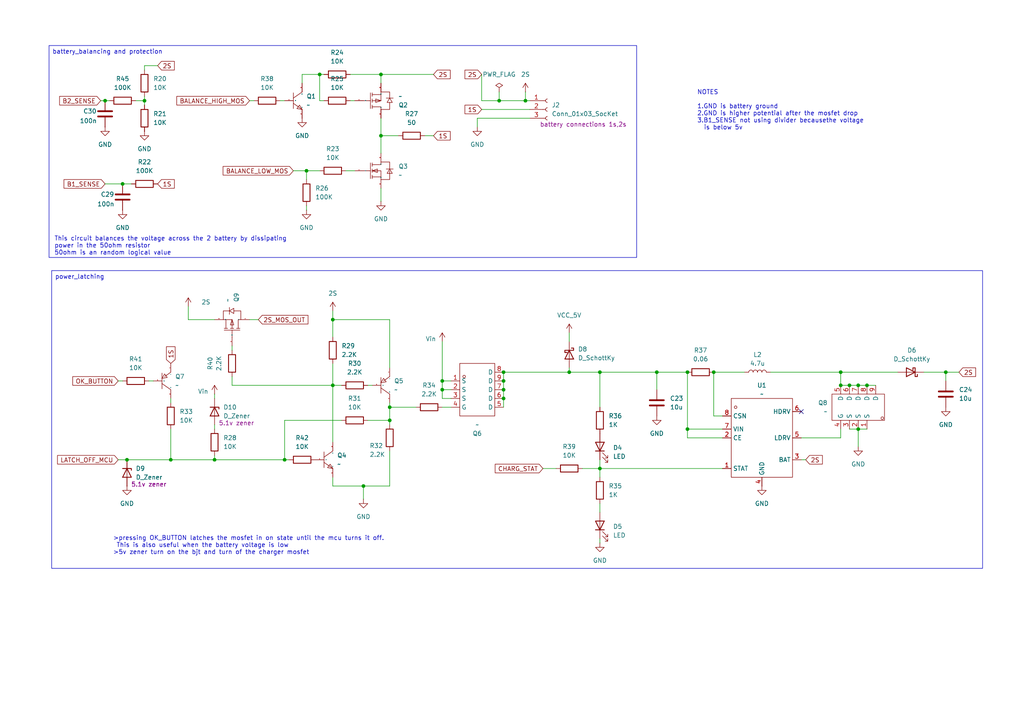
<source format=kicad_sch>
(kicad_sch (version 20250114) (generator "eeschema") (generator_version "9.0")
  (paper "A4")
  (lib_symbols
    (symbol "Connector:Conn_01x03_Socket" (pin_names (offset 1.016) (hide yes))
      (property "Reference" "J" (at 0 5.08 0))
      (property "Value" "Conn_01x03_Socket" (at 0 -5.08 0))
      (symbol "Conn_01x03_Socket_1_1"
        (polyline (pts (xy -1.27 2.54) (xy -0.508 2.54)) (stroke (width 0.1524)))
        (polyline (pts (xy -1.27 0) (xy -0.508 0)) (stroke (width 0.1524)))
        (polyline (pts (xy -1.27 -2.54) (xy -0.508 -2.54)) (stroke (width 0.1524)))
        (arc (start 0 2.032) (mid -0.5058 2.54) (end 0 3.048) (stroke (width 0.1524)))
        (arc (start 0 -0.508) (mid -0.5058 0) (end 0 0.508) (stroke (width 0.1524)))
        (arc (start 0 -3.048) (mid -0.5058 -2.54) (end 0 -2.032) (stroke (width 0.1524)))
        (pin passive line (at -5.08 2.54 0) (length 3.81) (name "Pin_1") (number "1"))
        (pin passive line (at -5.08 0 0) (length 3.81) (name "Pin_2") (number "2"))
        (pin passive line (at -5.08 -2.54 0) (length 3.81) (name "Pin_3") (number "3"))
      )
    )
    (symbol "Device:C" (pin_numbers (hide yes)) (pin_names (offset 0.254))
      (property "Reference" "C" (at 0.635 2.54 0))
      (property "Value" "C" (at 0.635 -2.54 0))
      (symbol "C_0_1"
        (polyline (pts (xy -2.032 0.762) (xy 2.032 0.762)) (stroke (width 0.508)))
        (polyline (pts (xy -2.032 -0.762) (xy 2.032 -0.762)) (stroke (width 0.508)))
      )
      (symbol "C_1_1"
        (pin passive line (at 0 3.81 270) (length 2.794) (name "~") (number "1"))
        (pin passive line (at 0 -3.81 90) (length 2.794) (name "~") (number "2"))
      )
    )
    (symbol "Device:D_Schottky" (pin_numbers (hide yes)) (pin_names (offset 1.016) (hide yes))
      (property "Reference" "D" (at 0 2.54 0))
      (property "Value" "D_Schottky" (at 0 -2.54 0))
      (symbol "D_Schottky_0_1"
        (polyline (pts (xy -1.905 0.635) (xy -1.905 1.27) (xy -1.27 1.27) (xy -1.27 -1.27) (xy -0.635 -1.27) (xy -0.635 -0.635)) (stroke (width 0.254)))
        (polyline (pts (xy 1.27 1.27) (xy 1.27 -1.27) (xy -1.27 0) (xy 1.27 1.27)) (stroke (width 0.254)))
        (polyline (pts (xy 1.27 0) (xy -1.27 0)))
      )
      (symbol "D_Schottky_1_1"
        (pin passive line (at -3.81 0 0) (length 2.54) (name "K") (number "1"))
        (pin passive line (at 3.81 0 180) (length 2.54) (name "A") (number "2"))
      )
    )
    (symbol "Device:D_Zener" (pin_numbers (hide yes)) (pin_names (offset 1.016) (hide yes))
      (property "Reference" "D" (at 0 2.54 0))
      (property "Value" "D_Zener" (at 0 -2.54 0))
      (symbol "D_Zener_0_1"
        (polyline (pts (xy -1.27 -1.27) (xy -1.27 1.27) (xy -0.762 1.27)) (stroke (width 0.254)))
        (polyline (pts (xy 1.27 0) (xy -1.27 0)))
        (polyline (pts (xy 1.27 -1.27) (xy 1.27 1.27) (xy -1.27 0) (xy 1.27 -1.27)) (stroke (width 0.254)))
      )
      (symbol "D_Zener_1_1"
        (pin passive line (at -3.81 0 0) (length 2.54) (name "K") (number "1"))
        (pin passive line (at 3.81 0 180) (length 2.54) (name "A") (number "2"))
      )
    )
    (symbol "Device:L" (pin_numbers (hide yes)) (pin_names (offset 1.016) (hide yes))
      (property "Reference" "L" (at -1.27 0 90))
      (property "Value" "L" (at 1.905 0 90))
      (symbol "L_0_1"
        (arc (start 0 2.54) (mid 0.6323 1.905) (end 0 1.27))
        (arc (start 0 1.27) (mid 0.6323 0.635) (end 0 0))
        (arc (start 0 0) (mid 0.6323 -0.635) (end 0 -1.27))
        (arc (start 0 -1.27) (mid 0.6323 -1.905) (end 0 -2.54))
      )
      (symbol "L_1_1"
        (pin passive line (at 0 3.81 270) (length 1.27) (name "1") (number "1"))
        (pin passive line (at 0 -3.81 90) (length 1.27) (name "2") (number "2"))
      )
    )
    (symbol "Device:LED" (pin_numbers (hide yes)) (pin_names (offset 1.016) (hide yes))
      (property "Reference" "D" (at 0 2.54 0))
      (property "Value" "LED" (at 0 -2.54 0))
      (symbol "LED_0_1"
        (polyline (pts (xy -3.048 -0.762) (xy -4.572 -2.286) (xy -3.81 -2.286) (xy -4.572 -2.286) (xy -4.572 -1.524)))
        (polyline (pts (xy -1.778 -0.762) (xy -3.302 -2.286) (xy -2.54 -2.286) (xy -3.302 -2.286) (xy -3.302 -1.524)))
        (polyline (pts (xy -1.27 0) (xy 1.27 0)))
        (polyline (pts (xy -1.27 -1.27) (xy -1.27 1.27)) (stroke (width 0.254)))
        (polyline (pts (xy 1.27 -1.27) (xy 1.27 1.27) (xy -1.27 0) (xy 1.27 -1.27)) (stroke (width 0.254)))
      )
      (symbol "LED_1_1"
        (pin passive line (at -3.81 0 0) (length 2.54) (name "K") (number "1"))
        (pin passive line (at 3.81 0 180) (length 2.54) (name "A") (number "2"))
      )
    )
    (symbol "Device:R" (pin_numbers (hide yes)) (pin_names (offset 0))
      (property "Reference" "R" (at 2.032 0 90))
      (property "Value" "R" (at 0 0 90))
      (symbol "R_0_1"
        (rectangle (start -1.016 -2.54) (end 1.016 2.54) (stroke (width 0.254)))
      )
      (symbol "R_1_1"
        (pin passive line (at 0 3.81 270) (length 1.27) (name "~") (number "1"))
        (pin passive line (at 0 -3.81 90) (length 1.27) (name "~") (number "2"))
      )
    )
    (symbol "power:+5V" (power) (pin_numbers (hide yes)) (pin_names (offset 0) (hide yes))
      (property "Value" "+5V" (at 0 3.556 0))
      (symbol "+5V_0_1"
        (polyline (pts (xy -0.762 1.27) (xy 0 2.54)))
        (polyline (pts (xy 0 2.54) (xy 0.762 1.27)))
        (polyline (pts (xy 0 0) (xy 0 2.54)))
      )
      (symbol "+5V_1_1"
        (pin power_in line (at 0 0 90) (length 0) (name "~") (number "1"))
      )
    )
    (symbol "power:GND" (power) (pin_numbers (hide yes)) (pin_names (offset 0) (hide yes))
      (property "Value" "GND" (at 0 -3.81 0))
      (symbol "GND_0_1"
        (polyline (pts (xy 0 0) (xy 0 -1.27) (xy 1.27 -1.27) (xy 0 -2.54) (xy -1.27 -1.27) (xy 0 -1.27)))
      )
      (symbol "GND_1_1"
        (pin power_in line (at 0 0 270) (length 0) (name "~") (number "1"))
      )
    )
    (symbol "power:PWR_FLAG" (power) (pin_numbers (hide yes)) (pin_names (offset 0) (hide yes))
      (property "Value" "PWR_FLAG" (at 0 3.81 0))
      (symbol "PWR_FLAG_0_0"
        (pin power_out line (at 0 0 90) (length 0) (name "~") (number "1"))
      )
      (symbol "PWR_FLAG_0_1"
        (polyline (pts (xy 0 0) (xy 0 1.27) (xy -1.016 1.905) (xy 0 2.54) (xy 1.016 1.905) (xy 0 1.27)))
      )
    )
    (symbol "power:VCC" (power) (pin_numbers (hide yes)) (pin_names (offset 0) (hide yes))
      (property "Value" "VCC" (at 0 3.556 0))
      (symbol "VCC_0_1"
        (polyline (pts (xy -0.762 1.27) (xy 0 2.54)))
        (polyline (pts (xy 0 2.54) (xy 0.762 1.27)))
        (polyline (pts (xy 0 0) (xy 0 2.54)))
      )
      (symbol "VCC_1_1"
        (pin power_in line (at 0 0 90) (length 0) (name "~") (number "1"))
      )
    )
    (symbol "smart_soldering_iron:AO3401_C688915"
      (property "Reference" "Q" (at 0 0 0))
      (symbol "AO3401_C688915_1_0"
        (polyline (pts (xy -2.54 0) (xy -0.508 0)))
        (polyline (pts (xy -0.508 2.286) (xy -0.508 -2.286)))
        (polyline (pts (xy 0 2.286) (xy 0 1.27)))
        (polyline (pts (xy 0 1.778) (xy 2.54 1.778) (xy 2.54 1.778) (xy 2.54 2.54) (xy 2.54 2.54) (xy 5.08 2.54) (xy 5.08 2.54) (xy 5.08 0.508)))
        (polyline (pts (xy 0 0) (xy 2.54 0) (xy 2.54 0) (xy 2.54 -2.54) (xy 2.54 -2.54) (xy 5.08 -2.54) (xy 5.08 -2.54) (xy 5.08 -0.762)))
        (polyline (pts (xy 0 -0.508) (xy 0 0.508)))
        (polyline (pts (xy 0 -2.286) (xy 0 -1.27)))
        (polyline (pts (xy 2.54 0) (xy 1.016 -0.508) (xy 1.016 -0.508) (xy 1.016 0.508) (xy 1.016 0.508) (xy 2.54 0)))
        (polyline (pts (xy 2.54 -1.778) (xy 0 -1.778)))
        (polyline (pts (xy 5.08 -0.762) (xy 4.318 0.508) (xy 4.318 0.508) (xy 5.842 0.508) (xy 5.842 0.508) (xy 5.08 -0.762)))
        (polyline (pts (xy 6.096 -0.762) (xy 5.588 -0.762) (xy 5.588 -0.762) (xy 4.572 -0.762) (xy 4.572 -0.762) (xy 4.064 -0.762)))
        (pin unspecified line (at -5.08 0 0) (length 2.54) (name "G") (number "1"))
        (pin unspecified line (at 2.54 5.08 270) (length 2.54) (name "D") (number "3"))
        (pin unspecified line (at 2.54 -5.08 90) (length 2.54) (name "S") (number "2"))
      )
    )
    (symbol "smart_soldering_iron:AON7410"
      (property "Reference" "Q" (at 0 0 0))
      (symbol "AON7410_1_0"
        (rectangle (start -3.81 -7.62) (end 3.81 7.62))
        (circle (center -3.175 6.985) (radius 0.381))
        (pin unspecified line (at -6.35 2.54 0) (length 2.54) (name "S") (number "1"))
        (pin unspecified line (at -6.35 0 0) (length 2.54) (name "S") (number "2"))
        (pin unspecified line (at -6.35 -2.54 0) (length 2.54) (name "S") (number "3"))
        (pin unspecified line (at -6.35 -5.08 0) (length 2.54) (name "G") (number "4"))
        (pin unspecified line (at 6.35 5.08 180) (length 2.54) (name "D") (number "9"))
        (pin unspecified line (at 6.35 2.54 180) (length 2.54) (name "D") (number "8"))
        (pin unspecified line (at 6.35 0 180) (length 2.54) (name "D") (number "7"))
        (pin unspecified line (at 6.35 -2.54 180) (length 2.54) (name "D") (number "6"))
        (pin unspecified line (at 6.35 -5.08 180) (length 2.54) (name "D") (number "5"))
      )
    )
    (symbol "smart_soldering_iron:CN3302"
      (property "Reference" "U1" (at 0 11.43 0))
      (property "Value" "~" (at 0 8.89 0))
      (symbol "CN3302_1_0"
        (rectangle (start -8.89 7.62) (end 8.89 -15.24))
        (circle (center -7.62 5.08) (radius 0.381))
        (pin unspecified line (at -11.43 2.54 0) (length 2.54) (name "CSN") (number "8"))
        (pin unspecified line (at -11.43 -1.27 0) (length 2.54) (name "VIN") (number "7"))
        (pin unspecified line (at -11.43 -3.81 0) (length 2.54) (name "CE") (number "2"))
        (pin unspecified line (at -11.43 -12.7 0) (length 2.54) (name "STAT") (number "1"))
        (pin unspecified line (at 0 -17.78 90) (length 2.54) (name "GND") (number "4"))
        (pin unspecified line (at 11.43 3.81 180) (length 2.54) (name "HDRV") (number "6"))
        (pin unspecified line (at 11.43 -3.81 180) (length 2.54) (name "LDRV") (number "5"))
        (pin unspecified line (at 11.43 -10.16 180) (length 2.54) (name "BAT") (number "3"))
      )
    )
    (symbol "smart_soldering_iron:DO3400D"
      (property "Reference" "Q" (at 0 0 0))
      (symbol "DO3400D_1_0"
        (polyline (pts (xy -5.08 0) (xy -3.048 0)))
        (polyline (pts (xy -3.048 2.286) (xy -3.048 -2.286)))
        (polyline (pts (xy -2.54 2.286) (xy -2.54 1.27)))
        (polyline (pts (xy -2.54 1.778) (xy 0 1.778) (xy 0 1.778) (xy 0 2.54) (xy 0 2.54) (xy 2.54 2.54) (xy 2.54 2.54) (xy 2.54 2.54) (xy 2.54 2.54) (xy 2.54 0.508)))
        (polyline (pts (xy -2.54 0) (xy -1.016 -0.508) (xy -1.016 -0.508) (xy -1.016 0.508) (xy -1.016 0.508) (xy -2.54 0)))
        (polyline (pts (xy -2.54 0) (xy 0 0) (xy 0 0) (xy 0 -2.54) (xy 0 -2.54) (xy 2.54 -2.54) (xy 2.54 -2.54) (xy 2.54 -2.54) (xy 2.54 -2.54) (xy 2.54 0)))
        (polyline (pts (xy -2.54 -0.508) (xy -2.54 0.508)))
        (polyline (pts (xy -2.54 -2.286) (xy -2.54 -1.27)))
        (polyline (pts (xy 0 -1.778) (xy -2.54 -1.778)))
        (polyline (pts (xy 2.54 0.508) (xy 1.778 -0.762) (xy 1.778 -0.762) (xy 3.302 -0.762) (xy 3.302 -0.762) (xy 2.54 0.508)))
        (polyline (pts (xy 3.556 0.508) (xy 3.048 0.508) (xy 3.048 0.508) (xy 2.032 0.508) (xy 2.032 0.508) (xy 1.524 0.508)))
        (pin unspecified line (at -7.62 0 0) (length 2.54) (name "G") (number "1"))
        (pin unspecified line (at 0 5.08 270) (length 2.54) (name "D") (number "3"))
        (pin unspecified line (at 0 -5.08 90) (length 2.54) (name "S") (number "2"))
      )
    )
    (symbol "smart_soldering_iron:DOZ30P03"
      (property "Reference" "Q" (at 0 0 0))
      (symbol "DOZ30P03_1_0"
        (rectangle (start -5.08 -6.35) (end 5.08 8.89))
        (circle (center -3.81 5.08) (radius 0.381))
        (pin unspecified line (at -7.62 3.81 0) (length 2.54) (name "S") (number "1"))
        (pin unspecified line (at -7.62 1.27 0) (length 2.54) (name "S") (number "2"))
        (pin unspecified line (at -7.62 -1.27 0) (length 2.54) (name "S") (number "3"))
        (pin unspecified line (at -7.62 -3.81 0) (length 2.54) (name "G") (number "4"))
        (pin unspecified line (at 7.62 6.35 180) (length 2.54) (name "D") (number "8"))
        (pin unspecified line (at 7.62 3.81 180) (length 2.54) (name "D") (number "9"))
        (pin unspecified line (at 7.62 1.27 180) (length 2.54) (name "D") (number "7"))
        (pin unspecified line (at 7.62 -1.27 180) (length 2.54) (name "D") (number "6"))
        (pin unspecified line (at 7.62 -3.81 180) (length 2.54) (name "D") (number "5"))
      )
    )
    (symbol "smart_soldering_iron:PMBT2907A,215"
      (property "Reference" "Q" (at 0 0 0))
      (symbol "PMBT2907A,215_1_0"
        (polyline (pts (xy 0 2.286) (xy 0 -2.286)))
        (polyline (pts (xy 0 -0.762) (xy 1.524 -1.016) (xy 1.524 -1.016) (xy 0.762 -2.032) (xy 0.762 -2.032) (xy 0 -0.762)))
        (polyline (pts (xy 0.762 -1.27) (xy 2.54 -2.54)))
        (polyline (pts (xy 2.54 2.54) (xy 0 0.762)))
        (pin input line (at -2.54 0 0) (length 2.54) (name "B") (number "1"))
        (pin input line (at 2.54 5.08 270) (length 2.54) (name "C") (number "3"))
        (pin input line (at 2.54 -5.08 90) (length 2.54) (name "E") (number "2"))
      )
    )
    (symbol "smart_soldering_iron:S8050"
      (property "Reference" "Q" (at 0 0 0))
      (symbol "S8050_1_0"
        (polyline (pts (xy -2.54 2.286) (xy -2.54 -2.286)))
        (polyline (pts (xy -2.54 -0.762) (xy 0 -2.54)))
        (polyline (pts (xy 0 2.54) (xy -2.54 0.762)))
        (polyline (pts (xy 0 -2.54) (xy -0.762 -1.27) (xy -0.762 -1.27) (xy -1.524 -2.286) (xy -1.524 -2.286) (xy 0 -2.54)))
        (pin input line (at -5.08 0 0) (length 2.54) (name "B") (number "1"))
        (pin input line (at 0 5.08 270) (length 2.54) (name "C") (number "3"))
        (pin input line (at 0 -5.08 90) (length 2.54) (name "E") (number "2"))
      )
    )
  )
  (text ">pressing OK_BUTTON latches the mosfet in on state until the mcu turns it off.\n This is also useful when the battery voltage is low\n>5v zener turn on the bjt and turn of the charger mosfet\n" (at 32.766 158.242 0) (effects (font (size 1.27 1.27)) (justify left)))
  (text "NOTES\n\n1.GND is battery ground\n2.GND is higher potential after the mosfet drop\n3.B1_SENSE not using divider becausethe voltage\n  is below 5v" (at 202.184 32.004 0) (effects (font (size 1.27 1.27)) (justify left)))
  (text "This circuit balances the voltage across the 2 battery by dissipating\npower in the 50ohm resistor\n50ohm is an random logical value" (at 15.748 71.374 0) (effects (font (size 1.27 1.27)) (justify left)))
  (text_box "power_latching\n" (at 14.986 78.486 0) (size 270.002 86.36) (margins 0.9525 0.9525 0.9525 0.9525) (effects (font (size 1.27 1.27)) (justify left top)))
  (text_box "battery_balancing and protection\n\n" (at 14.224 13.208 0) (size 170.434 61.468) (margins 0.9525 0.9525 0.9525 0.9525) (effects (font (size 1.27 1.27)) (justify left top)))
  (junction (at 207.01 107.95))
  (junction (at 110.49 39.37))
  (junction (at 246.38 111.76))
  (junction (at 96.52 92.71))
  (junction (at 92.71 21.59))
  (junction (at 96.52 111.76))
  (junction (at 199.39 107.95))
  (junction (at 251.46 111.76))
  (junction (at 41.91 29.21))
  (junction (at 36.83 133.35))
  (junction (at 88.9 49.53))
  (junction (at 173.99 135.89))
  (junction (at 128.27 110.49))
  (junction (at 35.56 53.34))
  (junction (at 146.05 110.49))
  (junction (at 110.49 21.59))
  (junction (at 30.48 29.21))
  (junction (at 248.92 111.76))
  (junction (at 152.4 29.21))
  (junction (at 190.5 107.95))
  (junction (at 146.05 115.57))
  (junction (at 105.41 140.97))
  (junction (at 243.84 107.95))
  (junction (at 49.53 133.35))
  (junction (at 62.23 133.35))
  (junction (at 199.39 124.46))
  (junction (at 274.32 107.95))
  (junction (at 146.05 107.95))
  (junction (at 243.84 111.76))
  (junction (at 128.27 113.03))
  (junction (at 113.03 118.11))
  (junction (at 144.78 29.21))
  (junction (at 146.05 113.03))
  (junction (at 165.1 107.95))
  (junction (at 113.03 121.92))
  (junction (at 173.99 107.95))
  (junction (at 248.92 124.46))
  (junction (at 82.55 133.35))
  (no_connect (at 232.41 119.38))
  (wire (pts (xy 39.37 29.21) (xy 41.91 29.21)))
  (wire (pts (xy 29.21 29.21) (xy 30.48 29.21)))
  (wire (pts (xy 199.39 124.46) (xy 199.39 127)))
  (wire (pts (xy 146.05 110.49) (xy 146.05 107.95)))
  (wire (pts (xy 209.55 135.89) (xy 173.99 135.89)))
  (wire (pts (xy 92.71 21.59) (xy 92.71 29.21)))
  (wire (pts (xy 168.91 135.89) (xy 173.99 135.89)))
  (wire (pts (xy 96.52 92.71) (xy 113.03 92.71)))
  (wire (pts (xy 38.1 53.34) (xy 35.56 53.34)))
  (wire (pts (xy 106.68 111.76) (xy 107.95 111.76)))
  (wire (pts (xy 144.78 29.21) (xy 152.4 29.21)))
  (wire (pts (xy 165.1 96.52) (xy 165.1 99.06)))
  (wire (pts (xy 62.23 133.35) (xy 82.55 133.35)))
  (wire (pts (xy 54.61 88.9) (xy 54.61 92.71)))
  (wire (pts (xy 30.48 29.21) (xy 31.75 29.21)))
  (wire (pts (xy 96.52 128.27) (xy 96.52 111.76)))
  (wire (pts (xy 110.49 54.61) (xy 110.49 58.42)))
  (wire (pts (xy 82.55 133.35) (xy 83.82 133.35)))
  (wire (pts (xy 113.03 118.11) (xy 113.03 116.84)))
  (wire (pts (xy 67.31 100.33) (xy 67.31 101.6)))
  (wire (pts (xy 128.27 99.06) (xy 128.27 110.49)))
  (wire (pts (xy 49.53 124.46) (xy 49.53 133.35)))
  (wire (pts (xy 173.99 156.21) (xy 173.99 157.48)))
  (wire (pts (xy 199.39 107.95) (xy 199.39 124.46)))
  (wire (pts (xy 113.03 121.92) (xy 113.03 118.11)))
  (wire (pts (xy 139.7 21.59) (xy 139.7 29.21)))
  (wire (pts (xy 278.13 107.95) (xy 274.32 107.95)))
  (wire (pts (xy 99.06 121.92) (xy 82.55 121.92)))
  (wire (pts (xy 41.91 27.94) (xy 41.91 29.21)))
  (wire (pts (xy 190.5 113.03) (xy 190.5 107.95)))
  (wire (pts (xy 92.71 29.21) (xy 93.98 29.21)))
  (wire (pts (xy 130.81 113.03) (xy 128.27 113.03)))
  (wire (pts (xy 96.52 140.97) (xy 105.41 140.97)))
  (wire (pts (xy 128.27 110.49) (xy 128.27 113.03)))
  (wire (pts (xy 173.99 133.35) (xy 173.99 135.89)))
  (wire (pts (xy 72.39 29.21) (xy 73.66 29.21)))
  (wire (pts (xy 62.23 132.08) (xy 62.23 133.35)))
  (wire (pts (xy 173.99 107.95) (xy 173.99 118.11)))
  (wire (pts (xy 113.03 92.71) (xy 113.03 106.68)))
  (wire (pts (xy 157.48 135.89) (xy 161.29 135.89)))
  (wire (pts (xy 101.6 29.21) (xy 102.87 29.21)))
  (wire (pts (xy 92.71 21.59) (xy 93.98 21.59)))
  (wire (pts (xy 110.49 24.13) (xy 110.49 21.59)))
  (wire (pts (xy 87.63 24.13) (xy 87.63 21.59)))
  (wire (pts (xy 96.52 90.17) (xy 96.52 92.71)))
  (wire (pts (xy 72.39 92.71) (xy 74.93 92.71)))
  (wire (pts (xy 49.53 115.57) (xy 49.53 116.84)))
  (wire (pts (xy 105.41 140.97) (xy 105.41 144.78)))
  (wire (pts (xy 54.61 92.71) (xy 62.23 92.71)))
  (wire (pts (xy 233.68 133.35) (xy 232.41 133.35)))
  (wire (pts (xy 100.33 49.53) (xy 102.87 49.53)))
  (wire (pts (xy 128.27 118.11) (xy 130.81 118.11)))
  (wire (pts (xy 45.72 19.05) (xy 41.91 19.05)))
  (wire (pts (xy 41.91 19.05) (xy 41.91 20.32)))
  (wire (pts (xy 41.91 29.21) (xy 41.91 30.48)))
  (wire (pts (xy 43.18 110.49) (xy 44.45 110.49)))
  (wire (pts (xy 243.84 111.76) (xy 243.84 107.95)))
  (wire (pts (xy 246.38 111.76) (xy 243.84 111.76)))
  (wire (pts (xy 190.5 107.95) (xy 199.39 107.95)))
  (wire (pts (xy 248.92 129.54) (xy 248.92 124.46)))
  (wire (pts (xy 274.32 107.95) (xy 274.32 110.49)))
  (wire (pts (xy 152.4 26.67) (xy 152.4 29.21)))
  (wire (pts (xy 207.01 120.65) (xy 209.55 120.65)))
  (wire (pts (xy 138.43 36.83) (xy 138.43 34.29)))
  (wire (pts (xy 251.46 124.46) (xy 248.92 124.46)))
  (wire (pts (xy 34.29 110.49) (xy 35.56 110.49)))
  (wire (pts (xy 254 111.76) (xy 251.46 111.76)))
  (wire (pts (xy 110.49 39.37) (xy 110.49 44.45)))
  (wire (pts (xy 243.84 124.46) (xy 243.84 127)))
  (wire (pts (xy 139.7 29.21) (xy 144.78 29.21)))
  (wire (pts (xy 139.7 31.75) (xy 153.67 31.75)))
  (wire (pts (xy 49.53 133.35) (xy 62.23 133.35)))
  (wire (pts (xy 173.99 107.95) (xy 190.5 107.95)))
  (wire (pts (xy 215.9 107.95) (xy 207.01 107.95)))
  (wire (pts (xy 92.71 49.53) (xy 88.9 49.53)))
  (wire (pts (xy 209.55 124.46) (xy 199.39 124.46)))
  (wire (pts (xy 173.99 135.89) (xy 173.99 138.43)))
  (wire (pts (xy 36.83 133.35) (xy 49.53 133.35)))
  (wire (pts (xy 88.9 49.53) (xy 85.09 49.53)))
  (wire (pts (xy 128.27 115.57) (xy 130.81 115.57)))
  (wire (pts (xy 128.27 113.03) (xy 128.27 115.57)))
  (wire (pts (xy 246.38 124.46) (xy 248.92 124.46)))
  (wire (pts (xy 144.78 26.67) (xy 144.78 29.21)))
  (wire (pts (xy 173.99 146.05) (xy 173.99 148.59)))
  (wire (pts (xy 88.9 52.07) (xy 88.9 49.53)))
  (wire (pts (xy 207.01 107.95) (xy 207.01 120.65)))
  (wire (pts (xy 87.63 21.59) (xy 92.71 21.59)))
  (wire (pts (xy 146.05 118.11) (xy 146.05 115.57)))
  (wire (pts (xy 96.52 105.41) (xy 96.52 111.76)))
  (wire (pts (xy 209.55 127) (xy 199.39 127)))
  (wire (pts (xy 105.41 140.97) (xy 113.03 140.97)))
  (wire (pts (xy 113.03 140.97) (xy 113.03 130.81)))
  (wire (pts (xy 113.03 118.11) (xy 120.65 118.11)))
  (wire (pts (xy 81.28 29.21) (xy 82.55 29.21)))
  (wire (pts (xy 123.19 39.37) (xy 125.73 39.37)))
  (wire (pts (xy 96.52 138.43) (xy 96.52 140.97)))
  (wire (pts (xy 152.4 29.21) (xy 153.67 29.21)))
  (wire (pts (xy 130.81 110.49) (xy 128.27 110.49)))
  (wire (pts (xy 248.92 111.76) (xy 246.38 111.76)))
  (wire (pts (xy 96.52 111.76) (xy 99.06 111.76)))
  (wire (pts (xy 243.84 107.95) (xy 260.35 107.95)))
  (wire (pts (xy 251.46 111.76) (xy 248.92 111.76)))
  (wire (pts (xy 165.1 107.95) (xy 173.99 107.95)))
  (wire (pts (xy 62.23 114.3) (xy 62.23 115.57)))
  (wire (pts (xy 115.57 39.37) (xy 110.49 39.37)))
  (wire (pts (xy 82.55 121.92) (xy 82.55 133.35)))
  (wire (pts (xy 67.31 111.76) (xy 96.52 111.76)))
  (wire (pts (xy 96.52 97.79) (xy 96.52 92.71)))
  (wire (pts (xy 146.05 115.57) (xy 146.05 113.03)))
  (wire (pts (xy 146.05 113.03) (xy 146.05 110.49)))
  (wire (pts (xy 165.1 106.68) (xy 165.1 107.95)))
  (wire (pts (xy 110.49 21.59) (xy 125.73 21.59)))
  (wire (pts (xy 223.52 107.95) (xy 243.84 107.95)))
  (wire (pts (xy 138.43 34.29) (xy 153.67 34.29)))
  (wire (pts (xy 62.23 123.19) (xy 62.23 124.46)))
  (wire (pts (xy 267.97 107.95) (xy 274.32 107.95)))
  (wire (pts (xy 88.9 59.69) (xy 88.9 60.96)))
  (wire (pts (xy 106.68 121.92) (xy 113.03 121.92)))
  (wire (pts (xy 110.49 34.29) (xy 110.49 39.37)))
  (wire (pts (xy 34.29 133.35) (xy 36.83 133.35)))
  (wire (pts (xy 101.6 21.59) (xy 110.49 21.59)))
  (wire (pts (xy 146.05 107.95) (xy 165.1 107.95)))
  (wire (pts (xy 113.03 123.19) (xy 113.03 121.92)))
  (wire (pts (xy 67.31 109.22) (xy 67.31 111.76)))
  (wire (pts (xy 243.84 127) (xy 232.41 127)))
  (wire (pts (xy 35.56 53.34) (xy 30.48 53.34)))
  (global_label "1S" (shape input) (at 125.73 39.37 0) (property "Intersheetrefs" "${INTERSHEET_REFS}" (effects (hide yes))))
  (global_label "CHARG_STAT" (shape input) (at 157.48 135.89 180) (property "Intersheetrefs" "${INTERSHEET_REFS}" (effects (hide yes))))
  (global_label "BALANCE_LOW_MOS" (shape input) (at 85.09 49.53 180) (property "Intersheetrefs" "${INTERSHEET_REFS}" (effects (hide yes))))
  (global_label "1S" (shape input) (at 139.7 31.75 180) (property "Intersheetrefs" "${INTERSHEET_REFS}" (effects (hide yes))))
  (global_label "B2_SENSE" (shape input) (at 29.21 29.21 180) (property "Intersheetrefs" "${INTERSHEET_REFS}" (effects (hide yes))))
  (global_label "OK_BUTTON" (shape input) (at 34.29 110.49 180) (property "Intersheetrefs" "${INTERSHEET_REFS}" (effects (hide yes))))
  (global_label "2S" (shape input) (at 233.68 133.35 0) (property "Intersheetrefs" "${INTERSHEET_REFS}" (effects (hide yes))))
  (global_label "1S" (shape input) (at 45.72 53.34 0) (property "Intersheetrefs" "${INTERSHEET_REFS}" (effects (hide yes))))
  (global_label "B1_SENSE" (shape input) (at 30.48 53.34 180) (property "Intersheetrefs" "${INTERSHEET_REFS}" (effects (hide yes))))
  (global_label "2S" (shape input) (at 139.7 21.59 180) (property "Intersheetrefs" "${INTERSHEET_REFS}" (effects (hide yes))))
  (global_label "LATCH_OFF_MCU" (shape input) (at 34.29 133.35 180) (property "Intersheetrefs" "${INTERSHEET_REFS}" (effects (hide yes))))
  (global_label "2S" (shape input) (at 125.73 21.59 0) (property "Intersheetrefs" "${INTERSHEET_REFS}" (effects (hide yes))))
  (global_label "BALANCE_HIGH_MOS" (shape input) (at 72.39 29.21 180) (property "Intersheetrefs" "${INTERSHEET_REFS}" (effects (hide yes))))
  (global_label "1S" (shape input) (at 49.53 105.41 90) (property "Intersheetrefs" "${INTERSHEET_REFS}" (effects (hide yes))))
  (global_label "2S" (shape input) (at 45.72 19.05 0) (property "Intersheetrefs" "${INTERSHEET_REFS}" (effects (hide yes))))
  (global_label "2S_MOS_OUT" (shape input) (at 74.93 92.71 0) (property "Intersheetrefs" "${INTERSHEET_REFS}" (effects (hide yes))))
  (global_label "2S" (shape input) (at 278.13 107.95 0) (property "Intersheetrefs" "${INTERSHEET_REFS}" (effects (hide yes))))
  (symbol (lib_id "Device:R") (at 41.91 24.13 0) (unit 1)
    (property "Reference" "R20" (at 44.45 22.8599 0) (effects (justify left)))
    (property "Value" "10K" (at 44.45 25.3999 0) (effects (justify left)))
    (property "Footprint" "Resistor_SMD:R_0603_1608Metric" (effects (hide yes)))
    (property "Description" "Resistor" (effects (hide yes)))
  )
  (symbol (lib_id "smart_soldering_iron:S8050") (at 96.52 133.35 0) (unit 1)
    (property "Reference" "Q4" (at 97.79 132.0799 0) (effects (justify left)))
    (property "Value" "~" (at 97.79 134.6199 0) (effects (justify left)))
    (property "Footprint" "smart_soldering_iron:S8050_TRANSIS_25V_0.5A_npn_SOT-23-3_L2.9-W1.3-P1.90-LS2.4-BR" (effects (hide yes)))
    (property "Datasheet" "https://item.szlcsc.com/datasheet/S8050/990886.html" (effects (hide yes)))
    (property "Description" "type:- Current - Collector(Ic):500mA Collector - Emitter Voltage VCEO:25V Pd - Power Dissipation:300mW Transition frequency(fT):150MHz Current - Collector Cutoff:100nA Vce Saturation(VCE(sat)):600mV Operating Temperature:- Operating Temperature:-" (effects (hide yes)))
    (property "Manufacturer Part" "S8050" (effects (hide yes)))
    (property "Manufacturer" "JSMSEMI(杰盛微)" (effects (hide yes)))
    (property "Supplier Part" "C916390" (effects (hide yes)))
    (property "Supplier" "LCSC" (effects (hide yes)))
    (property "LCSC Part Name" "电流:500mA 电压:25V" (effects (hide yes)))
  )
  (symbol (lib_id "power:GND") (at 36.83 140.97 0) (unit 1)
    (property "Reference" "#PWR076" (effects (hide yes)))
    (property "Value" "GND" (at 36.83 146.05 0))
    (property "Description" "Power symbol creates a global label with name \"GND\" , ground" (effects (hide yes)))
  )
  (symbol (lib_id "power:GND") (at 35.56 60.96 0) (unit 1)
    (property "Reference" "#PWR079" (effects (hide yes)))
    (property "Value" "GND" (at 35.56 66.04 0))
    (property "Description" "Power symbol creates a global label with name \"GND\" , ground" (effects (hide yes)))
  )
  (symbol (lib_id "Device:D_Schottky") (at 264.16 107.95 180) (unit 1)
    (property "Reference" "D6" (at 264.4775 101.6 0))
    (property "Value" "D_SchottKy" (at 264.4775 104.14 0))
    (property "Description" "Schottky diode" (effects (hide yes)))
  )
  (symbol (lib_id "smart_soldering_iron:PMBT2907A,215") (at 110.49 111.76 0) (mirror x) (unit 1)
    (property "Reference" "Q5" (at 114.3 110.4899 0) (effects (justify left)))
    (property "Value" "~" (at 114.3 113.0299 0) (effects (justify left)))
    (property "Footprint" "ProLib_pcs_2025-11-05:SOT-23-3_L2.9-W1.3-P1.90-LS2.4-BR" (effects (hide yes)))
    (property "Datasheet" "https://item.szlcsc.com/datasheet/PMBT2907A%252C215/9164.html" (effects (hide yes)))
    (property "Description" "type:PNP Current - Collector(Ic):600mA Collector - Emitter Voltage VCEO:60V Pd - Power Dissipation:250mW DC Current Gain:300@150mA,10V DC Current Gain:300@150mA,10V Transition frequency(fT):200MHz Current - Collector Cutoff:10nA Vce Saturation(VCE(sat)):4" (effects (hide yes)))
    (property "Manufacturer Part" "PMBT2907A,215" (effects (hide yes)))
    (property "Manufacturer" "Nexperia(安世)" (effects (hide yes)))
    (property "Supplier Part" "C8665" (effects (hide yes)))
    (property "Supplier" "LCSC" (effects (hide yes)))
    (property "LCSC Part Name" "PNP 电流:600mA 电压:60V" (effects (hide yes)))
  )
  (symbol (lib_id "power:VCC") (at 62.23 114.3 0) (mirror y) (unit 1)
    (property "Reference" "#PWR077" (effects (hide yes)))
    (property "Value" "Vin" (at 60.452 113.538 0) (effects (justify left)))
    (property "Description" "Power symbol creates a global label with name \"VCC\"" (effects (hide yes)))
  )
  (symbol (lib_id "Device:D_Zener") (at 62.23 119.38 270) (unit 1)
    (property "Reference" "D10" (at 64.77 118.1099 90) (effects (justify left)))
    (property "Value" "D_Zener" (at 64.77 120.6499 90) (effects (justify left)))
    (property "Description" "5.1v zener" (at 68.58 122.682 90))
  )
  (symbol (lib_id "power:GND") (at 30.48 36.83 0) (unit 1)
    (property "Reference" "#PWR078" (effects (hide yes)))
    (property "Value" "GND" (at 30.48 41.91 0))
    (property "Description" "Power symbol creates a global label with name \"GND\" , ground" (effects (hide yes)))
  )
  (symbol (lib_id "power:GND") (at 173.99 157.48 0) (unit 1)
    (property "Reference" "#PWR012" (effects (hide yes)))
    (property "Value" "GND" (at 173.99 162.56 0))
    (property "Description" "Power symbol creates a global label with name \"GND\" , ground" (effects (hide yes)))
  )
  (symbol (lib_id "Device:C") (at 190.5 116.84 0) (unit 1)
    (property "Reference" "C23" (at 194.31 115.5699 0) (effects (justify left)))
    (property "Value" "10u" (at 194.31 118.1099 0) (effects (justify left)))
    (property "Footprint" "Capacitor_SMD:C_0603_1608Metric" (effects (hide yes)))
    (property "Description" "Unpolarized capacitor" (effects (hide yes)))
  )
  (symbol (lib_id "Device:R") (at 41.91 34.29 0) (unit 1)
    (property "Reference" "R21" (at 44.45 33.0199 0) (effects (justify left)))
    (property "Value" "10K" (at 44.45 35.5599 0) (effects (justify left)))
    (property "Footprint" "Resistor_SMD:R_0603_1608Metric" (effects (hide yes)))
    (property "Description" "Resistor" (effects (hide yes)))
  )
  (symbol (lib_id "Connector:Conn_01x03_Socket") (at 158.75 31.75 0) (unit 1)
    (property "Reference" "J2" (at 160.02 30.4799 0) (effects (justify left)))
    (property "Value" "Conn_01x03_SocKet" (at 160.02 33.0199 0) (effects (justify left)))
    (property "Description" "battery connections 1s,2s" (at 169.164 36.068 0))
  )
  (symbol (lib_id "Device:R") (at 124.46 118.11 270) (unit 1)
    (property "Reference" "R34" (at 124.46 111.76 90))
    (property "Value" "2.2K" (at 124.46 114.3 90))
    (property "Footprint" "Resistor_SMD:R_0603_1608Metric" (effects (hide yes)))
    (property "Description" "Resistor" (effects (hide yes)))
  )
  (symbol (lib_id "power:GND") (at 138.43 36.83 0) (unit 1)
    (property "Reference" "#PWR055" (effects (hide yes)))
    (property "Value" "GND" (at 138.43 41.91 0))
    (property "Description" "Power symbol creates a global label with name \"GND\" , ground" (effects (hide yes)))
  )
  (symbol (lib_id "smart_soldering_iron:DO3400D") (at 110.49 49.53 0) (unit 1)
    (property "Reference" "Q3" (at 115.57 48.2599 0) (effects (justify left)))
    (property "Value" "~" (at 115.57 50.7999 0) (effects (justify left)))
    (property "Footprint" "smart_soldering_iron:d03400d_N_MOS_SOT-23-3_L2.9-W1.6-P1.90-LS2.8-BR" (effects (hide yes)))
    (property "Datasheet" "https://item.szlcsc.com/datasheet/DO3400D/43175990.html" (effects (hide yes)))
    (property "Description" "Number:1 N-Channel Drain to Source Voltage:30V Current - Continuous Drain(Id):5A RDS(on):30mΩ@10V Pd - Power Dissipation:1W Gate Threshold Voltage (Vgs(th)):1.2V@250uA Gate Charge(Qg):11.7nC@4.5V Input Capacitance(Ciss):920pF Reverse Transfer Capacitance" (effects (hide yes)))
    (property "Manufacturer Part" "DO3400D" (effects (hide yes)))
    (property "Manufacturer" "DOINGTER(杜因特)" (effects (hide yes)))
    (property "Supplier Part" "C41384542" (effects (hide yes)))
    (property "Supplier" "LCSC" (effects (hide yes)))
    (property "LCSC Part Name" "1个N沟道 耐压:30V 电流:5A" (effects (hide yes)))
  )
  (symbol (lib_id "power:GND") (at 274.32 118.11 0) (unit 1)
    (property "Reference" "#PWR068" (effects (hide yes)))
    (property "Value" "GND" (at 274.32 123.19 0))
    (property "Description" "Power symbol creates a global label with name \"GND\" , ground" (effects (hide yes)))
  )
  (symbol (lib_id "Device:R") (at 173.99 121.92 180) (unit 1)
    (property "Reference" "R36" (at 176.53 120.6499 0) (effects (justify right)))
    (property "Value" "1K" (at 176.53 123.1899 0) (effects (justify right)))
    (property "Footprint" "Resistor_SMD:R_0603_1608Metric" (effects (hide yes)))
    (property "Description" "Resistor" (effects (hide yes)))
  )
  (symbol (lib_id "power:GND") (at 105.41 144.78 0) (unit 1)
    (property "Reference" "#PWR064" (effects (hide yes)))
    (property "Value" "GND" (at 105.41 149.86 0))
    (property "Description" "Power symbol creates a global label with name \"GND\" , ground" (effects (hide yes)))
  )
  (symbol (lib_id "Device:R") (at 97.79 21.59 90) (unit 1)
    (property "Reference" "R24" (at 97.79 15.24 90))
    (property "Value" "10K" (at 97.79 17.78 90))
    (property "Footprint" "Resistor_SMD:R_0603_1608Metric" (effects (hide yes)))
    (property "Description" "Resistor" (effects (hide yes)))
  )
  (symbol (lib_id "Device:R") (at 88.9 55.88 180) (unit 1)
    (property "Reference" "R26" (at 91.44 54.6099 0) (effects (justify right)))
    (property "Value" "100K" (at 91.44 57.1499 0) (effects (justify right)))
    (property "Footprint" "Resistor_SMD:R_0603_1608Metric" (effects (hide yes)))
    (property "Description" "Resistor" (effects (hide yes)))
  )
  (symbol (lib_id "power:GND") (at 88.9 60.96 0) (unit 1)
    (property "Reference" "#PWR036" (effects (hide yes)))
    (property "Value" "GND" (at 88.9 66.04 0))
    (property "Description" "Power symbol creates a global label with name \"GND\" , ground" (effects (hide yes)))
  )
  (symbol (lib_id "Device:L") (at 219.71 107.95 90) (unit 1)
    (property "Reference" "L2" (at 219.71 102.87 90))
    (property "Value" "4.7u" (at 219.71 105.41 90))
    (property "Description" "Inductor" (effects (hide yes)))
  )
  (symbol (lib_id "Device:R") (at 87.63 133.35 90) (unit 1)
    (property "Reference" "R42" (at 87.63 127 90))
    (property "Value" "10K" (at 87.63 129.54 90))
    (property "Footprint" "Resistor_SMD:R_0603_1608Metric" (effects (hide yes)))
    (property "Description" "Resistor" (effects (hide yes)))
  )
  (symbol (lib_id "Device:C") (at 30.48 33.02 0) (unit 1)
    (property "Reference" "C30" (at 24.13 32.258 0) (effects (justify left)))
    (property "Value" "100n" (at 23.114 35.052 0) (effects (justify left)))
    (property "Footprint" "Capacitor_SMD:C_0603_1608Metric" (effects (hide yes)))
    (property "Description" "Unpolarized capacitor" (effects (hide yes)))
  )
  (symbol (lib_id "smart_soldering_iron:AO3401_C688915") (at 107.95 29.21 0) (mirror x) (unit 1)
    (property "Reference" "Q2" (at 115.57 30.4801 0) (effects (justify left)))
    (property "Value" "~" (at 115.57 27.9401 0) (effects (justify left)))
    (property "Footprint" "smart_soldering_iron:LGE AO3401_P_MOS_SOT-23-3_L2.9-W1.6-P1.90-LS2.8-BR" (effects (hide yes)))
    (property "Datasheet" "https://item.szlcsc.com/datasheet/AO3401/722119.html" (effects (hide yes)))
    (property "Description" "Number:1 P-Channel Drain to Source Voltage:30V Current - Continuous Drain(Id):4.2A RDS(on):50mΩ@4A Pd - Power Dissipation:1.2W Gate Threshold Voltage (Vgs(th)):1V Gate Charge(Qg):9.5nC@15V Input Capacitance(Ciss):950pF@15V Reverse Transfer Capacitance (Cr" (effects (hide yes)))
    (property "Manufacturer Part" "AO3401" (effects (hide yes)))
    (property "Manufacturer" "LGE(鲁光)" (effects (hide yes)))
    (property "Supplier Part" "C688915" (effects (hide yes)))
    (property "Supplier" "LCSC" (effects (hide yes)))
    (property "LCSC Part Name" "1个P沟道 耐压:30V 电流:4.2A" (effects (hide yes)))
  )
  (symbol (lib_id "power:GND") (at 110.49 58.42 0) (unit 1)
    (property "Reference" "#PWR053" (effects (hide yes)))
    (property "Value" "GND" (at 110.49 63.5 0))
    (property "Description" "Power symbol creates a global label with name \"GND\" , ground" (effects (hide yes)))
  )
  (symbol (lib_id "power:GND") (at 41.91 38.1 0) (unit 1)
    (property "Reference" "#PWR056" (effects (hide yes)))
    (property "Value" "GND" (at 41.91 43.18 0))
    (property "Description" "Power symbol creates a global label with name \"GND\" , ground" (effects (hide yes)))
  )
  (symbol (lib_id "Device:R") (at 203.2 107.95 90) (unit 1)
    (property "Reference" "R37" (at 203.2 101.6 90))
    (property "Value" "0.06" (at 203.2 104.14 90))
    (property "Description" "Resistor" (effects (hide yes)))
  )
  (symbol (lib_id "Device:R") (at 96.52 49.53 90) (unit 1)
    (property "Reference" "R23" (at 96.52 43.18 90))
    (property "Value" "10K" (at 96.52 45.72 90))
    (property "Footprint" "Resistor_SMD:R_0603_1608Metric" (effects (hide yes)))
    (property "Description" "Resistor" (effects (hide yes)))
  )
  (symbol (lib_id "power:+5V") (at 152.4 26.67 0) (unit 1)
    (property "Reference" "#PWR057" (effects (hide yes)))
    (property "Value" "2S" (at 152.4 21.59 0))
    (property "Description" "Power symbol creates a global label with name \"+5V\"" (effects (hide yes)))
  )
  (symbol (lib_id "power:+5V") (at 96.52 90.17 0) (unit 1)
    (property "Reference" "#PWR059" (effects (hide yes)))
    (property "Value" "2S" (at 96.52 85.09 0))
    (property "Description" "Power symbol creates a global label with name \"+5V\"" (effects (hide yes)))
  )
  (symbol (lib_id "Device:R") (at 77.47 29.21 90) (unit 1)
    (property "Reference" "R38" (at 77.47 22.86 90))
    (property "Value" "10K" (at 77.47 25.4 90))
    (property "Footprint" "Resistor_SMD:R_0603_1608Metric" (effects (hide yes)))
    (property "Description" "Resistor" (effects (hide yes)))
  )
  (symbol (lib_id "smart_soldering_iron:PMBT2907A,215") (at 46.99 110.49 0) (mirror x) (unit 1)
    (property "Reference" "Q7" (at 50.8 109.2199 0) (effects (justify left)))
    (property "Value" "~" (at 50.8 111.7599 0) (effects (justify left)))
    (property "Footprint" "ProLib_pcs_2025-11-05:SOT-23-3_L2.9-W1.3-P1.90-LS2.4-BR" (effects (hide yes)))
    (property "Datasheet" "https://item.szlcsc.com/datasheet/PMBT2907A%252C215/9164.html" (effects (hide yes)))
    (property "Description" "type:PNP Current - Collector(Ic):600mA Collector - Emitter Voltage VCEO:60V Pd - Power Dissipation:250mW DC Current Gain:300@150mA,10V DC Current Gain:300@150mA,10V Transition frequency(fT):200MHz Current - Collector Cutoff:10nA Vce Saturation(VCE(sat)):4" (effects (hide yes)))
    (property "Manufacturer Part" "PMBT2907A,215" (effects (hide yes)))
    (property "Manufacturer" "Nexperia(安世)" (effects (hide yes)))
    (property "Supplier Part" "C8665" (effects (hide yes)))
    (property "Supplier" "LCSC" (effects (hide yes)))
    (property "LCSC Part Name" "PNP 电流:600mA 电压:60V" (effects (hide yes)))
  )
  (symbol (lib_id "Device:R") (at 165.1 135.89 90) (unit 1)
    (property "Reference" "R39" (at 165.1 129.54 90))
    (property "Value" "10K" (at 165.1 132.08 90))
    (property "Footprint" "Resistor_SMD:R_0603_1608Metric" (effects (hide yes)))
    (property "Description" "Resistor" (effects (hide yes)))
  )
  (symbol (lib_id "Device:R") (at 39.37 110.49 90) (unit 1)
    (property "Reference" "R41" (at 39.37 104.14 90))
    (property "Value" "10K" (at 39.37 106.68 90))
    (property "Footprint" "Resistor_SMD:R_0603_1608Metric" (effects (hide yes)))
    (property "Description" "Resistor" (effects (hide yes)))
  )
  (symbol (lib_id "power:GND") (at 190.5 120.65 0) (unit 1)
    (property "Reference" "#PWR067" (effects (hide yes)))
    (property "Value" "GND" (at 190.5 125.73 0))
    (property "Description" "Power symbol creates a global label with name \"GND\" , ground" (effects (hide yes)))
  )
  (symbol (lib_id "Device:R") (at 119.38 39.37 90) (unit 1)
    (property "Reference" "R27" (at 119.38 33.02 90))
    (property "Value" "50" (at 119.38 35.56 90))
    (property "Description" "Resistor" (effects (hide yes)))
  )
  (symbol (lib_id "Device:R") (at 49.53 120.65 180) (unit 1)
    (property "Reference" "R33" (at 52.07 119.3799 0) (effects (justify right)))
    (property "Value" "10K" (at 52.07 121.9199 0) (effects (justify right)))
    (property "Footprint" "Resistor_SMD:R_0603_1608Metric" (effects (hide yes)))
    (property "Description" "Resistor" (effects (hide yes)))
  )
  (symbol (lib_id "Device:R") (at 35.56 29.21 90) (unit 1)
    (property "Reference" "R45" (at 35.56 22.86 90))
    (property "Value" "100K" (at 35.56 25.4 90))
    (property "Footprint" "Resistor_SMD:R_0603_1608Metric" (effects (hide yes)))
    (property "Description" "Resistor" (effects (hide yes)))
  )
  (symbol (lib_id "power:VCC") (at 128.27 99.06 0) (mirror y) (unit 1)
    (property "Reference" "#PWR063" (effects (hide yes)))
    (property "Value" "Vin" (at 126.492 98.298 0) (effects (justify left)))
    (property "Description" "Power symbol creates a global label with name \"VCC\"" (effects (hide yes)))
  )
  (symbol (lib_id "Device:R") (at 96.52 101.6 180) (unit 1)
    (property "Reference" "R29" (at 99.06 100.3299 0) (effects (justify right)))
    (property "Value" "2.2K" (at 99.06 102.8699 0) (effects (justify right)))
    (property "Footprint" "Resistor_SMD:R_0603_1608Metric" (effects (hide yes)))
    (property "Description" "Resistor" (effects (hide yes)))
  )
  (symbol (lib_id "smart_soldering_iron:DOZ30P03") (at 138.43 114.3 0) (unit 1)
    (property "Reference" "Q6" (at 138.43 125.73 0))
    (property "Value" "~" (at 138.43 123.19 0))
    (property "Footprint" "ProLib_pcs_2025-11-06:PDFN-8_L3.1-W3.0-P0.65-LS3.3-BL" (effects (hide yes)))
    (property "Datasheet" "https://item.szlcsc.com/datasheet/DOZ30P03/38221888.html" (effects (hide yes)))
    (property "Description" "Number:1 P-Channel Drain to Source Voltage:30V Current - Continuous Drain(Id):30A RDS(on):15mΩ@10V Pd - Power Dissipation:31W Gate Threshold Voltage (Vgs(th)):1.9V@250uA Gate Charge(Qg):26.3nC@10V Input Capacitance(Ciss):1.229nF@15V Reverse Transfer Capac" (effects (hide yes)))
    (property "Manufacturer Part" "DOZ30P03" (effects (hide yes)))
    (property "Manufacturer" "DOINGTER(杜因特)" (effects (hide yes)))
    (property "Supplier Part" "C36499166" (effects (hide yes)))
    (property "Supplier" "LCSC" (effects (hide yes)))
    (property "LCSC Part Name" "DOZ30P03" (effects (hide yes)))
  )
  (symbol (lib_id "power:VCC") (at 165.1 96.52 0) (unit 1)
    (property "Reference" "#PWR065" (effects (hide yes)))
    (property "Value" "VCC_5V" (at 165.1 91.44 0))
    (property "Description" "Power symbol creates a global label with name \"VCC\"" (effects (hide yes)))
  )
  (symbol (lib_id "power:GND") (at 248.92 129.54 0) (unit 1)
    (property "Reference" "#PWR069" (effects (hide yes)))
    (property "Value" "GND" (at 248.92 134.62 0))
    (property "Description" "Power symbol creates a global label with name \"GND\" , ground" (effects (hide yes)))
  )
  (symbol (lib_id "smart_soldering_iron:AON7410") (at 248.92 118.11 270) (mirror x) (unit 1)
    (property "Reference" "Q8" (at 240.03 116.8399 90) (effects (justify right)))
    (property "Value" "~" (at 240.03 119.3799 90) (effects (justify right)))
    (property "Footprint" "ProLib_pcs_2025-10-03:DFN-8_L3.0-W3.0-P0.65-BL" (effects (hide yes)))
    (property "Datasheet" "https://item.szlcsc.com/datasheet/AON7410/258729.html" (effects (hide yes)))
    (property "Description" "Number:- Drain to Source Voltage:30V Current - Continuous Drain(Id):50A RDS(on):20mΩ@10V Pd - Power Dissipation:- Gate Threshold Voltage (Vgs(th)):2.5V@250uA Gate Charge(Qg):12nC@10V Input Capacitance(Ciss):660pF Reverse Transfer Capacitance (Crss@Vds):77" (effects (hide yes)))
    (property "Manufacturer Part" "AON7410" (effects (hide yes)))
    (property "Manufacturer" "AOS" (effects (hide yes)))
    (property "Supplier Part" "C269266" (effects (hide yes)))
    (property "Supplier" "LCSC" (effects (hide yes)))
    (property "LCSC Part Name" "1个N沟道 耐压:30V 电流:24A" (effects (hide yes)))
  )
  (symbol (lib_id "smart_soldering_iron:AO3401_C688915") (at 67.31 95.25 270) (mirror x) (unit 1)
    (property "Reference" "Q9" (at 68.5801 87.63 0) (effects (justify left)))
    (property "Value" "~" (at 66.0401 87.63 0) (effects (justify left)))
    (property "Footprint" "smart_soldering_iron:LGE AO3401_P_MOS_SOT-23-3_L2.9-W1.6-P1.90-LS2.8-BR" (effects (hide yes)))
    (property "Datasheet" "https://item.szlcsc.com/datasheet/AO3401/722119.html" (effects (hide yes)))
    (property "Description" "Number:1 P-Channel Drain to Source Voltage:30V Current - Continuous Drain(Id):4.2A RDS(on):50mΩ@4A Pd - Power Dissipation:1.2W Gate Threshold Voltage (Vgs(th)):1V Gate Charge(Qg):9.5nC@15V Input Capacitance(Ciss):950pF@15V Reverse Transfer Capacitance (Cr" (effects (hide yes)))
    (property "Manufacturer Part" "AO3401" (effects (hide yes)))
    (property "Manufacturer" "LGE(鲁光)" (effects (hide yes)))
    (property "Supplier Part" "C688915" (effects (hide yes)))
    (property "Supplier" "LCSC" (effects (hide yes)))
    (property "LCSC Part Name" "1个P沟道 耐压:30V 电流:4.2A" (effects (hide yes)))
  )
  (symbol (lib_id "Device:R") (at 102.87 111.76 90) (unit 1)
    (property "Reference" "R30" (at 102.87 105.41 90))
    (property "Value" "2.2K" (at 102.87 107.95 90))
    (property "Footprint" "Resistor_SMD:R_0603_1608Metric" (effects (hide yes)))
    (property "Description" "Resistor" (effects (hide yes)))
  )
  (symbol (lib_id "smart_soldering_iron:S8050") (at 87.63 29.21 0) (unit 1)
    (property "Reference" "Q1" (at 88.9 27.9399 0) (effects (justify left)))
    (property "Value" "~" (at 88.9 30.4799 0) (effects (justify left)))
    (property "Footprint" "smart_soldering_iron:S8050_TRANSIS_25V_0.5A_npn_SOT-23-3_L2.9-W1.3-P1.90-LS2.4-BR" (effects (hide yes)))
    (property "Datasheet" "https://item.szlcsc.com/datasheet/S8050/990886.html" (effects (hide yes)))
    (property "Description" "type:- Current - Collector(Ic):500mA Collector - Emitter Voltage VCEO:25V Pd - Power Dissipation:300mW Transition frequency(fT):150MHz Current - Collector Cutoff:100nA Vce Saturation(VCE(sat)):600mV Operating Temperature:- Operating Temperature:-" (effects (hide yes)))
    (property "Manufacturer Part" "S8050" (effects (hide yes)))
    (property "Manufacturer" "JSMSEMI(杰盛微)" (effects (hide yes)))
    (property "Supplier Part" "C916390" (effects (hide yes)))
    (property "Supplier" "LCSC" (effects (hide yes)))
    (property "LCSC Part Name" "电流:500mA 电压:25V" (effects (hide yes)))
  )
  (symbol (lib_id "power:PWR_FLAG") (at 144.78 26.67 0) (unit 1)
    (property "Reference" "#FLG04" (effects (hide yes)))
    (property "Value" "PWR_FLAG" (at 144.78 21.59 0))
    (property "Description" "Special symbol for telling ERC where power comes from" (effects (hide yes)))
  )
  (symbol (lib_id "Device:R") (at 113.03 127 180) (unit 1)
    (property "Reference" "R32" (at 107.188 129.286 0) (effects (justify right)))
    (property "Value" "2.2K" (at 107.188 131.826 0) (effects (justify right)))
    (property "Footprint" "Resistor_SMD:R_0603_1608Metric" (effects (hide yes)))
    (property "Description" "Resistor" (effects (hide yes)))
  )
  (symbol (lib_id "power:GND") (at 220.98 140.97 0) (unit 1)
    (property "Reference" "#PWR04" (effects (hide yes)))
    (property "Value" "GND" (at 220.98 146.05 0))
    (property "Description" "Power symbol creates a global label with name \"GND\" , ground" (effects (hide yes)))
  )
  (symbol (lib_id "power:+5V") (at 54.61 88.9 0) (unit 1)
    (property "Reference" "#PWR066" (effects (hide yes)))
    (property "Value" "2S" (at 58.42 87.6299 0) (effects (justify left)))
    (property "Description" "Power symbol creates a global label with name \"+5V\"" (effects (hide yes)))
  )
  (symbol (lib_id "Device:D_Schottky") (at 165.1 102.87 270) (unit 1)
    (property "Reference" "D8" (at 167.64 101.2824 90) (effects (justify left)))
    (property "Value" "D_SchottKy" (at 167.64 103.8224 90) (effects (justify left)))
    (property "Description" "Schottky diode" (effects (hide yes)))
  )
  (symbol (lib_id "Device:C") (at 274.32 114.3 0) (unit 1)
    (property "Reference" "C24" (at 278.13 113.0299 0) (effects (justify left)))
    (property "Value" "10u" (at 278.13 115.5699 0) (effects (justify left)))
    (property "Footprint" "Capacitor_SMD:C_0603_1608Metric" (effects (hide yes)))
    (property "Description" "Unpolarized capacitor" (effects (hide yes)))
  )
  (symbol (lib_id "Device:D_Zener") (at 36.83 137.16 270) (unit 1)
    (property "Reference" "D9" (at 39.37 135.8899 90) (effects (justify left)))
    (property "Value" "D_Zener" (at 39.37 138.4299 90) (effects (justify left)))
    (property "Description" "5.1v zener" (at 43.18 140.462 90))
  )
  (symbol (lib_id "Device:LED") (at 173.99 152.4 90) (unit 1)
    (property "Reference" "D5" (at 177.8 152.7174 90) (effects (justify right)))
    (property "Value" "LED" (at 177.8 155.2574 90) (effects (justify right)))
    (property "Description" "Light emitting diode" (effects (hide yes)))
    (property "Sim.Pins" "1=K 2=A" (effects (hide yes)))
  )
  (symbol (lib_id "Device:R") (at 62.23 128.27 180) (unit 1)
    (property "Reference" "R28" (at 64.77 126.9999 0) (effects (justify right)))
    (property "Value" "10K" (at 64.77 129.5399 0) (effects (justify right)))
    (property "Footprint" "Resistor_SMD:R_0603_1608Metric" (effects (hide yes)))
    (property "Description" "Resistor" (effects (hide yes)))
  )
  (symbol (lib_id "power:GND") (at 87.63 34.29 0) (unit 1)
    (property "Reference" "#PWR054" (effects (hide yes)))
    (property "Value" "GND" (at 87.63 39.37 0))
    (property "Description" "Power symbol creates a global label with name \"GND\" , ground" (effects (hide yes)))
  )
  (symbol (lib_id "Device:R") (at 102.87 121.92 90) (unit 1)
    (property "Reference" "R31" (at 102.87 115.57 90))
    (property "Value" "10K" (at 102.87 118.11 90))
    (property "Footprint" "Resistor_SMD:R_0603_1608Metric" (effects (hide yes)))
    (property "Description" "Resistor" (effects (hide yes)))
  )
  (symbol (lib_id "Device:C") (at 35.56 57.15 0) (unit 1)
    (property "Reference" "C29" (at 29.21 56.388 0) (effects (justify left)))
    (property "Value" "100n" (at 28.194 59.182 0) (effects (justify left)))
    (property "Footprint" "Capacitor_SMD:C_0603_1608Metric" (effects (hide yes)))
    (property "Description" "Unpolarized capacitor" (effects (hide yes)))
  )
  (symbol (lib_id "Device:R") (at 97.79 29.21 90) (unit 1)
    (property "Reference" "R25" (at 97.79 22.86 90))
    (property "Value" "10K" (at 97.79 25.4 90))
    (property "Footprint" "Resistor_SMD:R_0603_1608Metric" (effects (hide yes)))
    (property "Description" "Resistor" (effects (hide yes)))
  )
  (symbol (lib_id "Device:LED") (at 173.99 129.54 90) (unit 1)
    (property "Reference" "D4" (at 177.8 129.8574 90) (effects (justify right)))
    (property "Value" "LED" (at 177.8 132.3974 90) (effects (justify right)))
    (property "Description" "Light emitting diode" (effects (hide yes)))
    (property "Sim.Pins" "1=K 2=A" (effects (hide yes)))
  )
  (symbol (lib_id "smart_soldering_iron:CN3302") (at 220.98 123.19 0) (unit 1)
    (property "Reference" "U1" (at 220.98 111.76 0))
    (property "Value" "~" (at 220.98 114.3 0))
    (property "Footprint" "smart_soldering_iron:CN3302_SOP-8_L4.9-W3.9-P1.27-LS6.0-BL" (effects (hide yes)))
    (property "Datasheet" "https://atta.szlcsc.com/upload/public/pdf/source/20240312/8C6450890FBD0A7CE3B1D8E39DBB7E70.pdf" (effects (hide yes)))
    (property "Manufacturer Part" "CN3302" (effects (hide yes)))
    (property "Manufacturer" "CONSONANCE(上海如韵)" (effects (hide yes)))
    (property "Supplier Part" "C559039" (effects (hide yes)))
    (property "Supplier" "LCSC" (effects (hide yes)))
    (property "LCSC Part Name" "CN3302" (effects (hide yes)))
  )
  (symbol (lib_id "Device:R") (at 41.91 53.34 90) (unit 1)
    (property "Reference" "R22" (at 41.91 46.99 90))
    (property "Value" "100K" (at 41.91 49.53 90))
    (property "Footprint" "Resistor_SMD:R_0603_1608Metric" (effects (hide yes)))
    (property "Description" "Resistor" (effects (hide yes)))
  )
  (symbol (lib_id "Device:R") (at 173.99 142.24 180) (unit 1)
    (property "Reference" "R35" (at 176.53 140.9699 0) (effects (justify right)))
    (property "Value" "1K" (at 176.53 143.5099 0) (effects (justify right)))
    (property "Footprint" "Resistor_SMD:R_0603_1608Metric" (effects (hide yes)))
    (property "Description" "Resistor" (effects (hide yes)))
  )
  (symbol (lib_id "Device:R") (at 67.31 105.41 0) (unit 1)
    (property "Reference" "R40" (at 60.96 105.41 90))
    (property "Value" "2.2K" (at 63.5 105.41 90))
    (property "Footprint" "Resistor_SMD:R_0603_1608Metric" (effects (hide yes)))
    (property "Description" "Resistor" (effects (hide yes)))
  )
)
</source>
